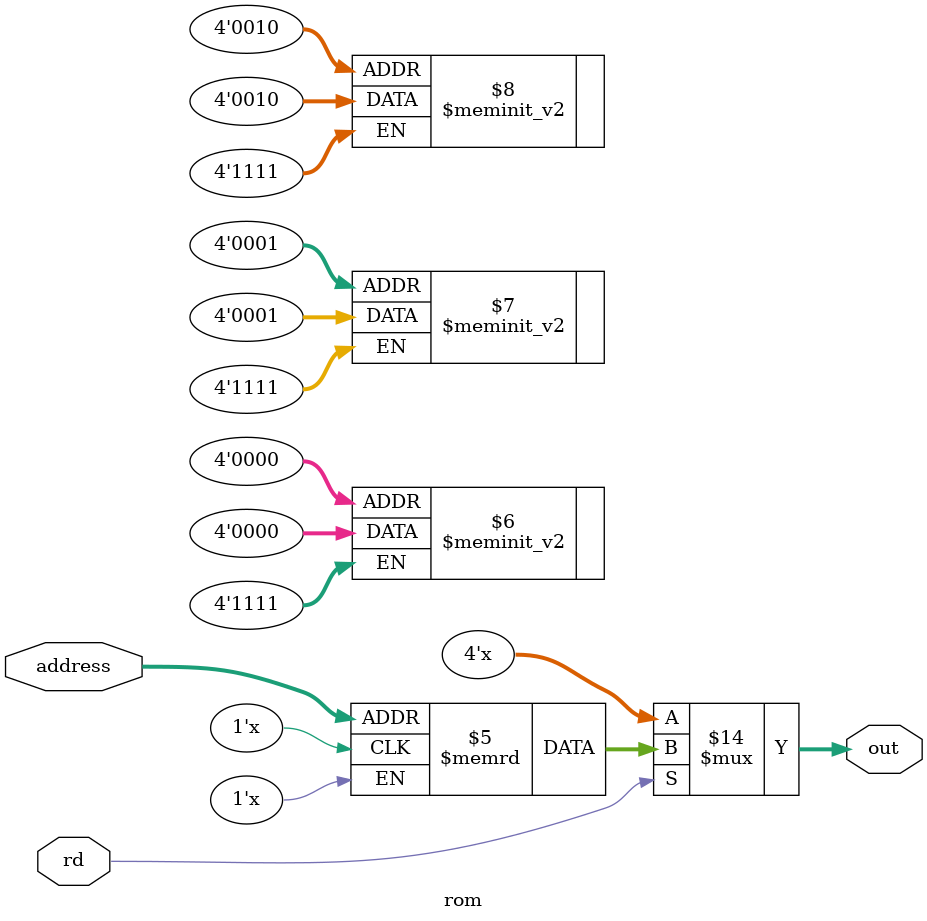
<source format=v>
`timescale 1ns / 1ps
module rom(address, rd, out);
input [3:0] address;
input rd;
output reg[3:0] out;
reg [3:0] ROM[15:0];
initial
begin
ROM[4'b0000] = 4'b0000;
ROM[4'b0001] = 4'b0001;
ROM[4'b0010] = 4'b0010;
end
always@(rd,address)
begin
if(rd)
begin
out = ROM[address];
end
end

endmodule

</source>
